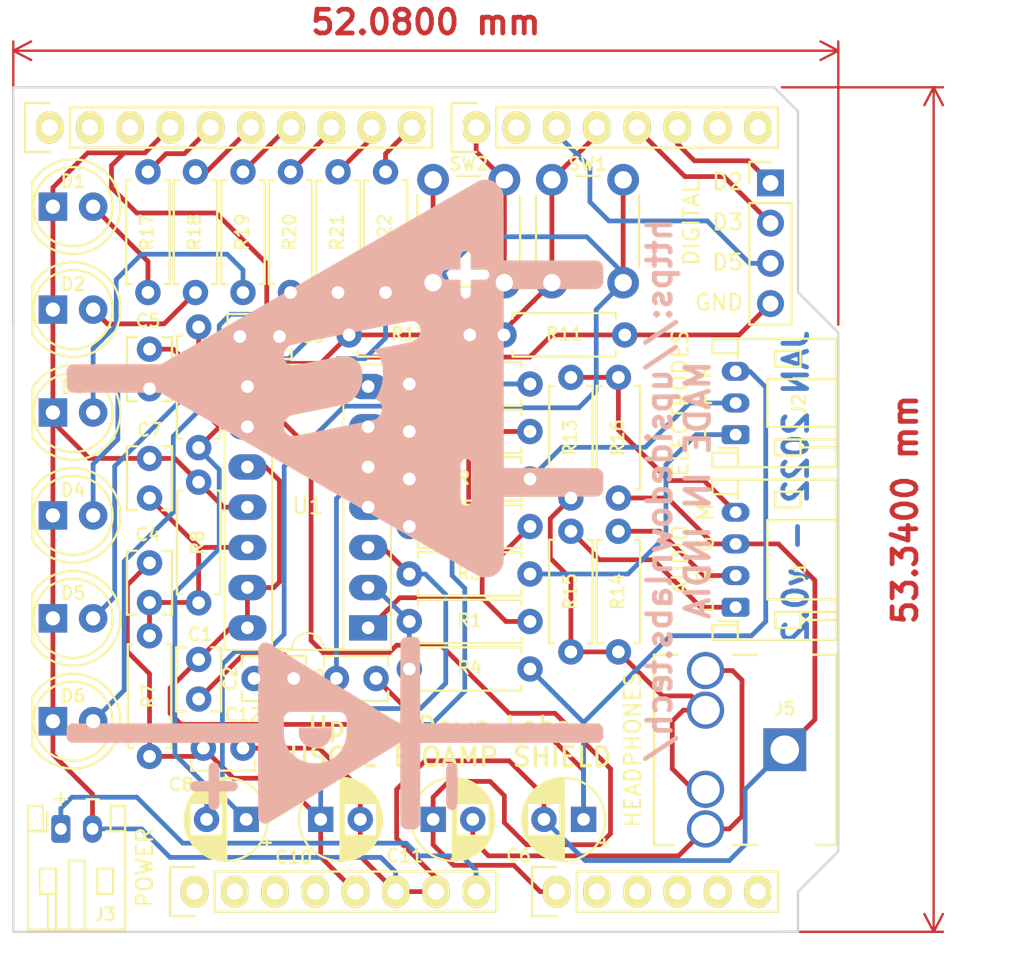
<source format=kicad_pcb>
(kicad_pcb (version 20211014) (generator pcbnew)
  (title_block (title "Muscle BioAmp Shield") (date "2022-01-30") (rev "v0.2") (company "Upside Down Labs") (comment 1 "Quad OpAmp based design") (comment 2 "BYB SpikeRecorder compaible") (comment 3 "Muscle BioAmp Shield") (comment 4 "Arduino shield for EMG"))
  (layers (0 "F.Cu" signal) (31 "B.Cu" signal) (34 "B.Paste" user) (35 "F.Paste" user) (36 "B.SilkS" user "B.Silkscreen") (37 "F.SilkS" user "F.Silkscreen") (38 "B.Mask" user) (39 "F.Mask" user) (44 "Edge.Cuts" user))
  (net 0 "")
  (net 1 "+5V")
  (net 2 "/9(**)")
  (net 3 "/8")
  (net 4 "/7")
  (net 5 "/5(**)")
  (net 6 "/4")
  (net 7 "/3(**)")
  (net 8 "/2")
  (net 9 "/13(SCK)")
  (net 10 "/10(**/SS)")
  (net 11 "/12(MISO)")
  (net 12 "/11(**/MOSI)")
  (net 13 "ampRef")
  (net 14 "inaIN-")
  (net 15 "inaIN+")
  (net 16 "bpfOUT")
  (net 17 "Net-(C5-Pad1)")
  (net 18 "Net-(C8-Pad1)")
  (net 19 "headphoneOUT")
  (net 20 "Sleeve")
  (net 21 "Ring2")
  (net 22 "Ring1")
  (net 23 "Tip")
  (net 24 "bioIN+")
  (net 25 "bioIN-")
  (net 26 "+9V")
  (net 27 "audioOUT")
  (net 28 "Net-(R1-Pad2)")
  (net 29 "Net-(R1-Pad1)")
  (net 30 "Net-(R2-Pad2)")
  (net 31 "inaOUT")
  (net 32 "Net-(C4-Pad1)")
  (net 33 "Net-(D1-Pad2)")
  (net 34 "Net-(D2-Pad2)")
  (net 35 "Net-(D3-Pad2)")
  (net 36 "Net-(D4-Pad2)")
  (net 37 "Net-(D5-Pad2)")
  (net 38 "Net-(D6-Pad2)")
  (footprint "Socket_Arduino_Uno:Socket_Strip_Arduino_1x08" (layer "F.Cu") (at 135.638 122.325)
    (fp_text reference "P1" hide)
    (fp_text value "Power")
  )
  (footprint "Socket_Arduino_Uno:Socket_Strip_Arduino_1x06" (layer "F.Cu") (at 158.498 122.325)
    (fp_text reference "P2" hide)
    (fp_text value "Analog")
  )
  (footprint "Socket_Arduino_Uno:Socket_Strip_Arduino_1x10" (layer "F.Cu") (at 126.494 74.065)
    (fp_text reference "P3" hide)
    (fp_text value "Digital")
  )
  (footprint "Socket_Arduino_Uno:Socket_Strip_Arduino_1x08" (layer "F.Cu") (at 153.418 74.065)
    (fp_text reference "P4" hide)
    (fp_text value "Digital")
  )
  (footprint "Capacitor_THT:C_Disc_D3.8mm_W2.6mm_P2.50mm" (layer "F.Cu") (at 135.898 110.165 90)
    (fp_text reference "C1")
    (fp_text value "1nF")
  )
  (footprint "Capacitor_THT:C_Disc_D3.8mm_W2.6mm_P2.50mm" (layer "F.Cu") (at 139.398 108.865)
    (fp_text reference "C2")
    (fp_text value "1nF")
  )
  (footprint "Capacitor_THT:C_Disc_D3.8mm_W2.6mm_P2.50mm" (layer "F.Cu") (at 147.098 108.865 180)
    (fp_text reference "C3")
    (fp_text value "1nF")
  )
  (footprint "Capacitor_THT:C_Disc_D3.8mm_W2.6mm_P2.50mm" (layer "F.Cu") (at 132.798 104.065 90)
    (fp_text reference "C4")
    (fp_text value "100nF")
  )
  (footprint "Capacitor_THT:C_Disc_D3.8mm_W2.6mm_P2.50mm" (layer "F.Cu") (at 132.798 90.565 90)
    (fp_text reference "C5")
    (fp_text value "1nF")
  )
  (footprint "Capacitor_THT:CP_Radial_D5.0mm_P2.50mm" (layer "F.Cu") (at 160.198 117.765 180)
    (fp_text reference "C6")
    (fp_text value "10uF")
  )
  (footprint "Capacitor_THT:C_Disc_D3.8mm_W2.6mm_P2.50mm" (layer "F.Cu") (at 132.798 94.965 -90)
    (fp_text reference "C7")
    (fp_text value "100nF")
  )
  (footprint "Capacitor_THT:CP_Radial_D5.0mm_P2.50mm" (layer "F.Cu") (at 138.898 117.765 180)
    (fp_text reference "C8")
    (fp_text value "2.2uF")
  )
  (footprint "Capacitor_THT:C_Disc_D3.8mm_W2.6mm_P2.50mm" (layer "F.Cu") (at 138.498 87.265)
    (fp_text reference "C9")
    (fp_text value "100nF")
  )
  (footprint "Capacitor_THT:CP_Radial_D5.0mm_P2.50mm" (layer "F.Cu") (at 143.602775 117.765)
    (fp_text reference "C10")
    (fp_text value "47uF")
  )
  (footprint "Capacitor_THT:CP_Radial_D5.0mm_P2.50mm" (layer "F.Cu") (at 150.702775 117.765)
    (fp_text reference "C11")
    (fp_text value "47uF")
  )
  (footprint "LED_THT:LED_D5.0mm" (layer "F.Cu") (at 126.698 79.065)
    (fp_text reference "D1")
    (fp_text value "LED")
  )
  (footprint "LED_THT:LED_D5.0mm" (layer "F.Cu") (at 126.698 85.565)
    (fp_text reference "D2")
    (fp_text value "LED")
  )
  (footprint "LED_THT:LED_D5.0mm" (layer "F.Cu") (at 126.698 92.065)
    (fp_text reference "D3")
    (fp_text value "LED")
  )
  (footprint "LED_THT:LED_D5.0mm" (layer "F.Cu") (at 126.698 98.565)
    (fp_text reference "D4")
    (fp_text value "LED")
  )
  (footprint "LED_THT:LED_D5.0mm" (layer "F.Cu") (at 126.698 105.065)
    (fp_text reference "D5")
    (fp_text value "LED")
  )
  (footprint "LED_THT:LED_D5.0mm" (layer "F.Cu") (at 126.698 111.565)
    (fp_text reference "D6")
    (fp_text value "LED")
  )
  (footprint "Connector_JST:JST_PH_S4B-PH-K_1x04_P2.00mm_Horizontal" (layer "F.Cu") (at 169.798 104.365 90)
    (fp_text reference "J1")
    (fp_text value "Audio_output")
  )
  (footprint "Connector_JST:JST_PH_S3B-PH-K_1x03_P2.00mm_Horizontal" (layer "F.Cu") (at 169.798 93.465 90)
    (fp_text reference "J2")
    (fp_text value "BioAmp_input")
  )
  (footprint "Connector_JST:JST_PH_S2B-PH-K_1x02_P2.00mm_Horizontal" (layer "F.Cu") (at 127.198 118.365)
    (fp_text reference "J3")
    (fp_text value "Board_power")
  )
  (footprint "Resistor_THT:R_Axial_DIN0207_L6.3mm_D2.5mm_P7.62mm_Horizontal" (layer "F.Cu") (at 156.818 105.265 180)
    (fp_text reference "R1")
    (fp_text value "1K")
  )
  (footprint "Resistor_THT:R_Axial_DIN0207_L6.3mm_D2.5mm_P7.62mm_Horizontal" (layer "F.Cu") (at 156.818 93.265 180)
    (fp_text reference "R2")
    (fp_text value "10K")
  )
  (footprint "Resistor_THT:R_Axial_DIN0207_L6.3mm_D2.5mm_P7.62mm_Horizontal" (layer "F.Cu") (at 149.198 102.265)
    (fp_text reference "R3")
    (fp_text value "1K")
  )
  (footprint "Resistor_THT:R_Axial_DIN0207_L6.3mm_D2.5mm_P7.62mm_Horizontal" (layer "F.Cu") (at 149.198 108.265)
    (fp_text reference "R4")
    (fp_text value "10K")
  )
  (footprint "Resistor_THT:R_Axial_DIN0207_L6.3mm_D2.5mm_P7.62mm_Horizontal" (layer "F.Cu") (at 149.198 99.265)
    (fp_text reference "R5")
    (fp_text value "1K")
  )
  (footprint "Resistor_THT:R_Axial_DIN0207_L6.3mm_D2.5mm_P7.62mm_Horizontal" (layer "F.Cu") (at 149.198 96.265)
    (fp_text reference "R6")
    (fp_text value "1K")
  )
  (footprint "Resistor_THT:R_Axial_DIN0207_L6.3mm_D2.5mm_P7.62mm_Horizontal" (layer "F.Cu") (at 132.798 106.165 -90)
    (fp_text reference "R7")
    (fp_text value "1K")
  )
  (footprint "Resistor_THT:R_Axial_DIN0207_L6.3mm_D2.5mm_P7.62mm_Horizontal" (layer "F.Cu") (at 135.898 96.465 -90)
    (fp_text reference "R8")
    (fp_text value "1K")
  )
  (footprint "Resistor_THT:R_Axial_DIN0207_L6.3mm_D2.5mm_P7.62mm_Horizontal" (layer "F.Cu") (at 135.898 86.665 -90)
    (fp_text reference "R9")
    (fp_text value "220K")
  )
  (footprint "Resistor_THT:R_Axial_DIN0207_L6.3mm_D2.5mm_P7.62mm_Horizontal" (layer "F.Cu") (at 156.818 90.265 180)
    (fp_text reference "R10")
    (fp_text value "1K")
  )
  (footprint "Resistor_THT:R_Axial_DIN0207_L6.3mm_D2.5mm_P7.62mm_Horizontal" (layer "F.Cu") (at 162.798 87.165 180)
    (fp_text reference "R11")
    (fp_text value "15K")
  )
  (footprint "Resistor_THT:R_Axial_DIN0207_L6.3mm_D2.5mm_P7.62mm_Horizontal" (layer "F.Cu") (at 145.398 87.165)
    (fp_text reference "R12")
    (fp_text value "15K")
  )
  (footprint "Resistor_THT:R_Axial_DIN0207_L6.3mm_D2.5mm_P7.62mm_Horizontal" (layer "F.Cu") (at 159.398 89.845 -90)
    (fp_text reference "R13")
    (fp_text value "220K")
  )
  (footprint "Resistor_THT:R_Axial_DIN0207_L6.3mm_D2.5mm_P7.62mm_Horizontal" (layer "F.Cu") (at 162.398 99.565 -90)
    (fp_text reference "R14")
    (fp_text value "1K")
  )
  (footprint "Resistor_THT:R_Axial_DIN0207_L6.3mm_D2.5mm_P7.62mm_Horizontal" (layer "F.Cu") (at 159.398 99.565 -90)
    (fp_text reference "R15")
    (fp_text value "1K")
  )
  (footprint "Resistor_THT:R_Axial_DIN0207_L6.3mm_D2.5mm_P7.62mm_Horizontal" (layer "F.Cu") (at 162.398 89.845 -90)
    (fp_text reference "R16")
    (fp_text value "10K")
  )
  (footprint "Button_Switch_THT:SW_PUSH_6mm_H5mm" (layer "F.Cu") (at 162.698 77.365 -90)
    (fp_text reference "SW1")
    (fp_text value "SW_Push")
  )
  (footprint "Button_Switch_THT:SW_PUSH_6mm_H5mm" (layer "F.Cu") (at 150.698 83.865 90)
    (fp_text reference "SW2")
    (fp_text value "SW_Push")
  )
  (footprint "udlabs:PJ3062CO" (layer "F.Cu") (at 172.898 113.365 180)
    (fp_text reference "J5")
    (fp_text value "PJ-3062-CO" hide)
  )
  (footprint "Capacitor_THT:C_Disc_D3.8mm_W2.6mm_P2.50mm" (layer "F.Cu") (at 138.698 113.265 180)
    (fp_text reference "C12")
    (fp_text value "100nF")
  )
  (footprint "Connector_PinHeader_2.54mm:PinHeader_1x04_P2.54mm_Vertical" (layer "F.Cu") (at 171.998 77.565)
    (fp_text reference "J4" hide)
    (fp_text value "Digital_pins")
  )
  (footprint "Resistor_THT:R_Axial_DIN0207_L6.3mm_D2.5mm_P7.62mm_Horizontal" (layer "F.Cu") (at 132.698 84.485 90)
    (fp_text reference "R17")
    (fp_text value "330R")
  )
  (footprint "Resistor_THT:R_Axial_DIN0207_L6.3mm_D2.5mm_P7.62mm_Horizontal" (layer "F.Cu") (at 135.698 84.485 90)
    (fp_text reference "R18")
    (fp_text value "330R")
  )
  (footprint "Resistor_THT:R_Axial_DIN0207_L6.3mm_D2.5mm_P7.62mm_Horizontal" (layer "F.Cu") (at 138.698 84.485 90)
    (fp_text reference "R19")
    (fp_text value "330R")
  )
  (footprint "Resistor_THT:R_Axial_DIN0207_L6.3mm_D2.5mm_P7.62mm_Horizontal" (layer "F.Cu") (at 141.698 84.485 90)
    (fp_text reference "R20")
    (fp_text value "330R")
  )
  (footprint "Resistor_THT:R_Axial_DIN0207_L6.3mm_D2.5mm_P7.62mm_Horizontal" (layer "F.Cu") (at 144.698 84.485 90)
    (fp_text reference "R21")
    (fp_text value "330R")
  )
  (footprint "Resistor_THT:R_Axial_DIN0207_L6.3mm_D2.5mm_P7.62mm_Horizontal" (layer "F.Cu") (at 147.698 84.485 90)
    (fp_text reference "R22")
    (fp_text value "330R")
  )
  (footprint "Package_DIP:DIP-14_W7.62mm_Socket_LongPads" (layer "F.Cu") (at 146.598 105.665 180)
    (fp_text reference "U1")
    (fp_text value "Amp")
  )
  (footprint "udlabs:upsidedownlabsLOGO_41x34" (layer "B.Cu") (at 144.498 97.865 -90)
    (fp_text reference "LOGO1" hide)
    (fp_text value "LOGO_UDLABS" hide)
  )
  (gr_line (start 124.198 124.865) (end 173.738 124.865) (layer "Edge.Cuts") (width 0.15))
  (gr_line (start 124.198 71.525) (end 172.214 71.525) (layer "Edge.Cuts") (width 0.15))
  (gr_line (start 173.738 84.479) (end 173.738 73.049) (layer "Edge.Cuts") (width 0.15))
  (gr_line (start 176.278 87.019) (end 173.738 84.479) (layer "Edge.Cuts") (width 0.15))
  (gr_line (start 173.738 73.049) (end 172.214 71.525) (layer "Edge.Cuts") (width 0.15))
  (gr_line (start 173.738 122.325) (end 176.278 119.785) (layer "Edge.Cuts") (width 0.15))
  (gr_line (start 176.278 119.785) (end 176.278 87.019) (layer "Edge.Cuts") (width 0.15))
  (gr_line (start 173.738 124.865) (end 173.738 122.325) (layer "Edge.Cuts") (width 0.15))
  (gr_line (start 124.198 71.525) (end 124.198 124.865) (layer "Edge.Cuts") (width 0.15))
  (gr_text "JAN 2022 - v0.2" (at 173.598 96.765 90) (layer "B.Cu") (effects (font (size 1.5 1.5) (thickness 0.3)) (justify mirror)))
  (gr_text "https://upsidedownlabs.tech/\nMADE IN INDIA\n" (at 166.198 96.965 90) (layer "B.SilkS") (effects (font (size 1.5 1.5) (thickness 0.3)) (justify mirror)))
  (gr_text "L" (at 167.898 104.365 90) (layer "F.SilkS") (effects (font (size 1 1))))
  (gr_text "G" (at 167.898 100.365 90) (layer "F.SilkS") (effects (font (size 1 1))))
  (gr_text "M" (at 167.898 98.365001 90) (layer "F.SilkS") (effects (font (size 1 1))))
  (gr_text "AUDIO" (at 166.298 101.365001 90) (layer "F.SilkS") (effects (font (size 1 1))))
  (gr_text "-" (at 167.798 93.465001 90) (layer "F.SilkS") (effects (font (size 1 1))))
  (gr_text "+" (at 167.798 91.465001 90) (layer "F.SilkS") (effects (font (size 1 1))))
  (gr_text "R" (at 167.798 89.465 90) (layer "F.SilkS") (effects (font (size 1 1))))
  (gr_text "ELECTRODES" (at 166.298 91.465 90) (layer "F.SilkS") (effects (font (size 1 1))))
  (gr_text "GND" (at 168.750381 85.1175) (layer "F.SilkS") (effects (font (size 1 1))))
  (gr_text "D5" (at 169.298 82.5775) (layer "F.SilkS") (effects (font (size 1 1))))
  (gr_text "D3" (at 169.298 80.0375) (layer "F.SilkS") (effects (font (size 1 1))))
  (gr_text "D2" (at 169.298 77.4975) (layer "F.SilkS") (effects (font (size 1 1))))
  (gr_text "+" (at 127.198001 116.565 180) (layer "F.SilkS") (effects (font (size 1 1))))
  (gr_text "-" (at 129.198001 116.565 180) (layer "F.SilkS") (effects (font (size 1 1))))
  (gr_text "POWER" (at 132.498 120.815 90) (layer "F.SilkS") (effects (font (size 1 1))))
  (gr_text "HEADPHONES" (at 163.298 113.365 90) (layer "F.SilkS") (effects (font (size 1 1))))
  (gr_text "DIGITAL" (at 166.998 80.105 90) (layer "F.SilkS") (effects (font (size 1 1))))
  (gr_text "Upside Down Labs\nMUSCLE BIOAMP SHIELD" (at 151.098 112.865) (layer "F.SilkS") (effects (font (size 1.2 1.2) (thickness 0.2))))
  (gr_text "R" (at 167.898 102.365 90) (layer "F.SilkS") (effects (font (size 1 1))))
  (dimension (type aligned) (layer "F.Cu") (pts (xy 176.278 87.019) (xy 124.198 87.019)) (height 17.804) (gr_text "52.0800 mm" (at 150.238 67.415) (layer "F.Cu") (effects (font (size 1.5 1.5) (thickness 0.3)))) (format (units 3) (units_format 1) (precision 4)) (style (thickness 0.15) (arrow_length 1.27) (text_position_mode 0) (extension_height 0.58642) (extension_offset 0.5) keep_text_aligned))
  (dimension (type aligned) (layer "F.Cu") (pts (xy 172.214 71.525) (xy 172.214 124.865)) (height -10.084) (gr_text "53.3400 mm" (at 180.498 98.195 90) (layer "F.Cu") (effects (font (size 1.5 1.5) (thickness 0.3)))) (format (units 3) (units_format 1) (precision 4)) (style (thickness 0.15) (arrow_length 1.27) (text_position_mode 0) (extension_height 0.58642) (extension_offset 0.5) keep_text_aligned))
  (segment (start 132.798 113.785) (end 135.678 113.785) (width 0.3) (layer "F.Cu") (net 1))
  (segment (start 144.098 85.865) (end 148.698 85.865) (width 0.3) (layer "F.Cu") (net 1))
  (segment (start 132.798 108.565) (end 132.798 113.785) (width 0.3) (layer "F.Cu") (net 1))
  (segment (start 143.602775 117.765) (end 143.602775 120.129775) (width 0.3) (layer "F.Cu") (net 1))
  (segment (start 141.002775 115.165) (end 143.602775 117.765) (width 0.3) (layer "F.Cu") (net 1))
  (segment (start 131.398 107.165) (end 132.798 108.565) (width 0.3) (layer "F.Cu") (net 1))
  (segment (start 135.678 113.785) (end 136.198 113.265) (width 0.3) (layer "F.Cu") (net 1))
  (segment (start 132.798 101.565) (end 131.398 102.965) (width 0.3) (layer "F.Cu") (net 1))
  (segment (start 136.198 113.265) (end 138.098 115.165) (width 0.3) (layer "F.Cu") (net 1))
  (segment (start 150.698 77.365) (end 150.698 83.865) (width 0.3) (layer "F.Cu") (net 1))
  (segment (start 148.698 85.865) (end 150.698 83.865) (width 0.3) (layer "F.Cu") (net 1))
  (segment (start 162.698 77.365) (end 162.698 83.865) (width 0.3) (layer "F.Cu") (net 1))
  (segment (start 143.602775 120.129775) (end 145.798 122.325) (width 0.3) (layer "F.Cu") (net 1))
  (segment (start 138.098 115.165) (end 141.002775 115.165) (width 0.3) (layer "F.Cu") (net 1))
  (segment (start 142.698 87.265) (end 144.098 85.865) (width 0.3) (layer "F.Cu") (net 1))
  (segment (start 131.398 102.965) (end 131.398 107.165) (width 0.3) (layer "F.Cu") (net 1))
  (segment (start 140.998 87.265) (end 142.698 87.265) (width 0.3) (layer "F.Cu") (net 1))
  (segment (start 150.098 97.765) (end 146.878 97.765) (width 0.3) (layer "B.Cu") (net 1))
  (segment (start 150.598 111.765) (end 146.798 111.765) (width 0.3) (layer "B.Cu") (net 1))
  (segment (start 146.798 111.765) (end 143.602775 114.960225) (width 0.3) (layer "B.Cu") (net 1))
  (segment (start 160.398 80.965) (end 162.698 83.265) (width 0.3) (layer "B.Cu") (net 1))
  (segment (start 150.698 83.865) (end 153.598 80.965) (width 0.3) (layer "B.Cu") (net 1))
  (segment (start 143.602775 114.960225) (end 143.602775 117.765) (width 0.3) (layer "B.Cu") (net 1))
  (segment (start 159.898 91.765) (end 153.698 91.765) (width 0.3) (layer "B.Cu") (net 1))
  (segment (start 153.598 80.965) (end 160.398 80.965) (width 0.3) (layer "B.Cu") (net 1))
  (segment (start 160.998 85.565) (end 160.998 90.665) (width 0.3) (layer "B.Cu") (net 1))
  (segment (start 160.998 90.665) (end 159.898 91.765) (width 0.3) (layer "B.Cu") (net 1))
  (segment (start 162.698 83.865) (end 160.998 85.565) (width 0.3) (layer "B.Cu") (net 1))
  (segment (start 152.698 109.665) (end 150.598 111.765) (width 0.3) (layer "B.Cu") (net 1))
  (segment (start 151.898 102.365) (end 152.698 103.165) (width 0.3) (layer "B.Cu") (net 1))
  (segment (start 152.698 103.165) (end 152.698 109.665) (width 0.3) (layer "B.Cu") (net 1))
  (segment (start 151.898 95.965) (end 151.898 102.365) (width 0.3) (layer "B.Cu") (net 1))
  (segment (start 153.698 91.765) (end 151.898 93.565) (width 0.3) (layer "B.Cu") (net 1))
  (segment (start 151.898 93.565) (end 151.898 95.965) (width 0.3) (layer "B.Cu") (net 1))
  (segment (start 151.898 95.965) (end 150.098 97.765) (width 0.3) (layer "B.Cu") (net 1))
  (segment (start 144.698 76.865) (end 146.814 74.749) (width 0.3) (layer "F.Cu") (net 2))
  (segment (start 147.698 75.721) (end 149.354 74.065) (width 0.3) (layer "F.Cu") (net 3))
  (segment (start 147.698 76.865) (end 147.698 75.721) (width 0.3) (layer "F.Cu") (net 3))
  (segment (start 153.418 74.065) (end 153.418 75.585) (width 0.3) (layer "F.Cu") (net 4))
  (segment (start 155.198 83.865) (end 153.018 86.045) (width 0.3) (layer "F.Cu") (net 4))
  (segment (start 153.018 86.045) (end 153.018 87.165) (width 0.3) (layer "F.Cu") (net 4))
  (segment (start 153.418 75.585) (end 155.198 77.365) (width 0.3) (layer "F.Cu") (net 4))
  (segment (start 155.198 77.365) (end 155.198 83.865) (width 0.3) (layer "F.Cu") (net 4))
  (segment (start 167.998 79.965) (end 170.678 82.645) (width 0.3) (layer "B.Cu") (net 5))
  (segment (start 158.498 74.465) (end 160.598 76.565) (width 0.3) (layer "B.Cu") (net 5))
  (segment (start 160.598 78.765) (end 161.798 79.965) (width 0.3) (layer "B.Cu") (net 5))
  (segment (start 161.798 79.965) (end 167.998 79.965) (width 0.3) (layer "B.Cu") (net 5))
  (segment (start 160.598 76.565) (end 160.598 78.765) (width 0.3) (layer "B.Cu") (net 5))
  (segment (start 170.678 82.645) (end 171.998 82.645) (width 0.3) (layer "B.Cu") (net 5))
  (segment (start 161.038 74.525) (end 158.198 77.365) (width 0.3) (layer "F.Cu") (net 6))
  (segment (start 158.198 83.865) (end 155.178 86.885) (width 0.3) (layer "F.Cu") (net 6))
  (segment (start 158.198 77.365) (end 158.198 83.865) (width 0.3) (layer "F.Cu") (net 6))
  (segment (start 166.598 77.165) (end 169.058 77.165) (width 0.3) (layer "F.Cu") (net 7))
  (segment (start 163.578 74.145) (end 166.598 77.165) (width 0.3) (layer "F.Cu") (net 7))
  (segment (start 169.058 77.165) (end 171.998 80.105) (width 0.3) (layer "F.Cu") (net 7))
  (segment (start 170.598 76.165) (end 171.998 77.565) (width 0.3) (layer "F.Cu") (net 8))
  (segment (start 166.118 74.065) (end 166.118 75.085) (width 0.3) (layer "F.Cu") (net 8))
  (segment (start 166.118 75.085) (end 167.198 76.165) (width 0.3) (layer "F.Cu") (net 8))
  (segment (start 167.198 76.165) (end 170.598 76.165) (width 0.3) (layer "F.Cu") (net 8))
  (segment (start 135.004001 75.714999) (end 136.654 74.065) (width 0.3) (layer "F.Cu") (net 9))
  (segment (start 132.698 76.865) (end 133.848001 75.714999) (width 0.3) (layer "F.Cu") (net 9))
  (segment (start 133.848001 75.714999) (end 135.004001 75.714999) (width 0.3) (layer "F.Cu") (net 9))
  (segment (start 141.698 76.865) (end 144.274 74.289) (width 0.3) (layer "F.Cu") (net 10))
  (segment (start 136.394 76.865) (end 139.194 74.065) (width 0.3) (layer "F.Cu") (net 11))
  (segment (start 135.698 76.865) (end 136.394 76.865) (width 0.3) (layer "F.Cu") (net 11))
  (segment (start 138.698 76.865) (end 141.498 74.065) (width 0.3) (layer "F.Cu") (net 12))
  (segment (start 157.898 112.365) (end 160.198 114.665) (width 0.3) (layer "F.Cu") (net 13))
  (segment (start 140.998 96.365) (end 140.998 102.765) (width 0.3) (layer "F.Cu") (net 13))
  (segment (start 150.598 112.365) (end 150.798 112.365) (width 0.3) (layer "F.Cu") (net 13))
  (segment (start 140.138 95.505) (end 140.998 96.365) (width 0.3) (layer "F.Cu") (net 13))
  (segment (start 135.898 107.665) (end 137.898 105.665) (width 0.3) (layer "F.Cu") (net 13))
  (segment (start 138.978 103.125) (end 138.978 105.665) (width 0.3) (layer "F.Cu") (net 13))
  (segment (start 147.098 108.865) (end 150.598 112.365) (width 0.3) (layer "F.Cu") (net 13))
  (segment (start 137.898 105.665) (end 138.978 105.665) (width 0.3) (layer "F.Cu") (net 13))
  (segment (start 147.298 111.765) (end 147.898 112.365) (width 0.3) (layer "F.Cu") (net 13))
  (segment (start 140.638 103.125) (end 138.978 103.125) (width 0.3) (layer "F.Cu") (net 13))
  (segment (start 134.098 109.465) (end 134.098 111.065) (width 0.3) (layer "F.Cu") (net 13))
  (segment (start 147.898 112.365) (end 150.798 112.365) (width 0.3) (layer "F.Cu") (net 13))
  (segment (start 160.198 114.665) (end 160.198 117.765) (width 0.3) (layer "F.Cu") (net 13))
  (segment (start 150.798 112.365) (end 157.898 112.365) (width 0.3) (layer "F.Cu") (net 13))
  (segment (start 134.798 111.765) (end 147.298 111.765) (width 0.3) (layer "F.Cu") (net 13))
  (segment (start 134.098 111.065) (end 134.798 111.765) (width 0.3) (layer "F.Cu") (net 13))
  (segment (start 135.898 107.665) (end 134.098 109.465) (width 0.3) (layer "F.Cu") (net 13))
  (segment (start 138.978 95.505) (end 140.138 95.505) (width 0.3) (layer "F.Cu") (net 13))
  (segment (start 140.998 102.765) (end 140.638 103.125) (width 0.3) (layer "F.Cu") (net 13))
  (segment (start 170.698 89.465) (end 171.698 90.465) (width 0.3) (layer "B.Cu") (net 13))
  (segment (start 156.818 108.265) (end 160.198 111.645) (width 0.3) (layer "B.Cu") (net 13))
  (segment (start 165.678 106.165) (end 160.198 111.645) (width 0.3) (layer "B.Cu") (net 13))
  (segment (start 160.198 111.645) (end 160.198 117.765) (width 0.3) (layer "B.Cu") (net 13))
  (segment (start 171.698 90.465) (end 171.698 105.265) (width 0.3) (layer "B.Cu") (net 13))
  (segment (start 169.798 89.465) (end 170.698 89.465) (width 0.3) (layer "B.Cu") (net 13))
  (segment (start 170.798 106.165) (end 165.678 106.165) (width 0.3) (layer "B.Cu") (net 13))
  (segment (start 171.698 105.265) (end 170.798 106.165) (width 0.3) (layer "B.Cu") (net 13))
  (segment (start 135.898 110.165) (end 138.698 107.365) (width 0.3) (layer "F.Cu") (net 14))
  (segment (start 141.898 107.965) (end 141.898 108.865) (width 0.3) (layer "F.Cu") (net 14))
  (segment (start 147.518 100.585) (end 149.198 102.265) (width 0.3) (layer "F.Cu") (net 14))
  (segment (start 138.698 107.365) (end 141.298 107.365) (width 0.3) (layer "F.Cu") (net 14))
  (segment (start 141.298 107.365) (end 141.898 107.965) (width 0.3) (layer "F.Cu") (net 14))
  (segment (start 143.798 110.765) (end 149.898 110.765) (width 0.3) (layer "B.Cu") (net 14))
  (segment (start 151.498 109.165) (end 151.498 103.565) (width 0.3) (layer "B.Cu") (net 14))
  (segment (start 150.198 102.265) (end 149.198 102.265) (width 0.3) (layer "B.Cu") (net 14))
  (segment (start 141.898 108.865) (end 143.798 110.765) (width 0.3) (layer "B.Cu") (net 14))
  (segment (start 151.498 103.565) (end 150.198 102.265) (width 0.3) (layer "B.Cu") (net 14))
  (segment (start 149.898 110.765) (end 151.498 109.165) (width 0.3) (layer "B.Cu") (net 14))
  (segment (start 140.898 110.365) (end 143.098 110.365) (width 0.3) (layer "F.Cu") (net 15))
  (segment (start 139.398 108.865) (end 140.898 110.365) (width 0.3) (layer "F.Cu") (net 15))
  (segment (start 146.598 95.505) (end 148.438 95.505) (width 0.3) (layer "F.Cu") (net 15))
  (segment (start 148.438 95.505) (end 149.198 96.265) (width 0.3) (layer "F.Cu") (net 15))
  (segment (start 143.098 110.365) (end 144.598 108.865) (width 0.3) (layer "F.Cu") (net 15))
  (segment (start 144.598 97.505) (end 146.598 95.505) (width 0.3) (layer "B.Cu") (net 15))
  (segment (start 144.598 108.865) (end 144.598 97.505) (width 0.3) (layer "B.Cu") (net 15))
  (segment (start 151.698 115.365) (end 150.702775 116.360225) (width 0.3) (layer "F.Cu") (net 16))
  (segment (start 150.702775 117.765) (end 150.702775 119.369775) (width 0.3) (layer "F.Cu") (net 16))
  (segment (start 154.298 115.365) (end 151.698 115.365) (width 0.3) (layer "F.Cu") (net 16))
  (segment (start 138.978 90.425) (end 142.998 94.445) (width 0.3) (layer "F.Cu") (net 16))
  (segment (start 143.798 107.265) (end 147.898 107.265) (width 0.3) (layer "F.Cu") (net 16))
  (segment (start 150.702775 116.360225) (end 150.702775 117.765) (width 0.3) (layer "F.Cu") (net 16))
  (segment (start 150.702775 119.369775) (end 151.998 120.665) (width 0.3) (layer "F.Cu") (net 16))
  (segment (start 155.498 111.065) (end 158.398 111.065) (width 0.3) (layer "F.Cu") (net 16))
  (segment (start 157.458 122.325) (end 158.498 122.325) (width 0.3) (layer "F.Cu") (net 16))
  (segment (start 156.598 119.365) (end 155.198 117.965) (width 0.3) (layer "F.Cu") (net 16))
  (segment (start 148.398 106.765) (end 151.198 106.765) (width 0.3) (layer "F.Cu") (net 16))
  (segment (start 161.198 119.365) (end 156.598 119.365) (width 0.3) (layer "F.Cu") (net 16))
  (segment (start 155.198 116.265) (end 154.298 115.365) (width 0.3) (layer "F.Cu") (net 16))
  (segment (start 147.898 107.265) (end 148.398 106.765) (width 0.3) (layer "F.Cu") (net 16))
  (segment (start 142.998 94.445) (end 142.998 106.465) (width 0.3) (layer "F.Cu") (net 16))
  (segment (start 136.658 90.425) (end 138.978 90.425) (width 0.3) (layer "F.Cu") (net 16))
  (segment (start 132.798 88.065) (end 134.298 88.065) (width 0.3) (layer "F.Cu") (net 16))
  (segment (start 161.898 114.565) (end 161.898 118.665) (width 0.3) (layer "F.Cu") (net 16))
  (segment (start 155.798 120.665) (end 157.458 122.325) (width 0.3) (layer "F.Cu") (net 16))
  (segment (start 134.298 88.065) (end 136.658 90.425) (width 0.3) (layer "F.Cu") (net 16))
  (segment (start 155.198 117.965) (end 155.198 116.265) (width 0.3) (layer "F.Cu") (net 16))
  (segment (start 158.398 111.065) (end 161.898 114.565) (width 0.3) (layer "F.Cu") (net 16))
  (segment (start 151.998 120.665) (end 155.798 120.665) (width 0.3) (layer "F.Cu") (net 16))
  (segment (start 135.898 88.265) (end 138.058 90.425) (width 0.3) (layer "F.Cu") (net 16))
  (segment (start 151.198 106.765) (end 155.498 111.065) (width 0.3) (layer "F.Cu") (net 16))
  (segment (start 161.898 118.665) (end 161.198 119.365) (width 0.3) (layer "F.Cu") (net 16))
  (segment (start 142.998 106.465) (end 143.798 107.265) (width 0.3) (layer "F.Cu") (net 16))
  (segment (start 135.898 86.665) (end 135.898 88.265) (width 0.3) (layer "F.Cu") (net 16))
  (segment (start 137.698 92.965) (end 137.798 92.965) (width 0.3) (layer "F.Cu") (net 17))
  (segment (start 137.798 92.965) (end 138.978 92.965) (width 0.3) (layer "F.Cu") (net 17))
  (segment (start 132.798 90.565) (end 134.798 90.565) (width 0.3) (layer "F.Cu") (net 17))
  (segment (start 135.898 94.285) (end 137.218 92.965) (width 0.3) (layer "F.Cu") (net 17))
  (segment (start 134.798 90.565) (end 137.198 92.965) (width 0.3) (layer "F.Cu") (net 17))
  (segment (start 137.198 92.965) (end 137.698 92.965) (width 0.3) (layer "F.Cu") (net 17))
  (segment (start 137.218 92.965) (end 137.698 92.965) (width 0.3) (layer "F.Cu") (net 17))
  (segment (start 137.198 95.665) (end 137.198 100.665) (width 0.3) (layer "B.Cu") (net 17))
  (segment (start 137.198 100.665) (end 134.398 103.465) (width 0.3) (layer "B.Cu") (net 17))
  (segment (start 134.398 103.465) (end 134.398 113.665) (width 0.3) (layer "B.Cu") (net 17))
  (segment (start 136.398 115.665) (end 136.398 117.765) (width 0.3) (layer "B.Cu") (net 17))
  (segment (start 135.898 94.365) (end 137.198 95.665) (width 0.3) (layer "B.Cu") (net 17))
  (segment (start 134.398 113.665) (end 136.398 115.665) (width 0.3) (layer "B.Cu") (net 17))
  (segment (start 150.798 89.265) (end 150.098 88.565) (width 0.3) (layer "F.Cu") (net 18))
  (segment (start 150.098 88.565) (end 145.998 88.565) (width 0.3) (layer "F.Cu") (net 18))
  (segment (start 151.698 89.265) (end 150.798 89.265) (width 0.3) (layer "F.Cu") (net 18))
  (segment (start 152.698 90.265) (end 151.698 89.265) (width 0.3) (layer "F.Cu") (net 18))
  (segment (start 156.818 90.265) (end 152.698 90.265) (width 0.3) (layer "F.Cu") (net 18))
  (segment (start 141.298 95.465) (end 141.298 106.065) (width 0.3) (layer "B.Cu") (net 18))
  (segment (start 137.398 107.965) (end 137.398 116.265) (width 0.3) (layer "B.Cu") (net 18))
  (segment (start 141.298 106.065) (end 140.198 107.165) (width 0.3) (layer "B.Cu") (net 18))
  (segment (start 138.198 107.165) (end 137.398 107.965) (width 0.3) (layer "B.Cu") (net 18))
  (segment (start 140.198 107.165) (end 138.198 107.165) (width 0.3) (layer "B.Cu") (net 18))
  (segment (start 150.698 91.665) (end 152.098 90.265) (width 0.3) (layer "B.Cu") (net 18))
  (segment (start 141.298 95.465) (end 145.098 91.665) (width 0.3) (layer "B.Cu") (net 18))
  (segment (start 137.398 116.265) (end 138.898 117.765) (width 0.3) (layer "B.Cu") (net 18))
  (segment (start 152.098 90.265) (end 156.818 90.265) (width 0.3) (layer "B.Cu") (net 18))
  (segment (start 145.098 91.665) (end 150.698 91.665) (width 0.3) (layer "B.Cu") (net 18))
  (segment (start 170.198 117.565) (end 169.398 118.365) (width 0.3) (layer "F.Cu") (net 19))
  (segment (start 166.198 120.065) (end 167.898 118.365) (width 0.3) (layer "F.Cu") (net 19))
  (segment (start 153.202775 119.069775) (end 154.198 120.065) (width 0.3) (layer "F.Cu") (net 19))
  (segment (start 153.202775 117.765) (end 153.202775 119.069775) (width 0.3) (layer "F.Cu") (net 19))
  (segment (start 167.898 108.365) (end 169.598 108.365) (width 0.3) (layer "F.Cu") (net 19))
  (segment (start 154.198 120.065) (end 166.198 120.065) (width 0.3) (layer "F.Cu") (net 19))
  (segment (start 170.198 108.965) (end 170.198 117.565) (width 0.3) (layer "F.Cu") (net 19))
  (segment (start 169.598 108.365) (end 170.198 108.965) (width 0.3) (layer "F.Cu") (net 19))
  (segment (start 169.398 118.365) (end 167.898 118.365) (width 0.3) (layer "F.Cu") (net 19))
  (segment (start 165.598 96.365) (end 167.798 96.365) (width 0.3) (layer "F.Cu") (net 20))
  (segment (start 167.798 96.365) (end 169.798 98.365) (width 0.3) (layer "F.Cu") (net 20))
  (segment (start 159.398 89.845) (end 162.398 89.845) (width 0.3) (layer "F.Cu") (net 20))
  (segment (start 162.398 93.165) (end 165.598 96.365) (width 0.3) (layer "F.Cu") (net 20))
  (segment (start 162.398 89.845) (end 162.398 93.165) (width 0.3) (layer "F.Cu") (net 20))
  (segment (start 156.798 88.565) (end 158.198 87.165) (width 0.3) (layer "F.Cu") (net 21))
  (segment (start 126.698 77.865) (end 128.898 75.665) (width 0.3) (layer "F.Cu") (net 21))
  (segment (start 138.498 87.265) (end 140.198 88.965) (width 0.3) (layer "F.Cu") (net 21))
  (segment (start 143.498 113.265) (end 146.102775 115.869775) (width 0.3) (layer "F.Cu") (net 21))
  (segment (start 129.198 116.165) (end 129.198 118.365) (width 0.3) (layer "F.Cu") (net 21))
  (segment (start 128.898 75.665) (end 131.198 75.665) (width 0.3) (layer "F.Cu") (net 21))
  (segment (start 132.798 94.965) (end 134.398 94.965) (width 0.3) (layer "F.Cu") (net 21))
  (segment (start 126.698 111.565) (end 126.698 113.665) (width 0.3) (layer "F.Cu") (net 21))
  (segment (start 131.998 79.465) (end 130.398 77.865) (width 0.3) (layer "F.Cu") (net 21))
  (segment (start 150.878 121.445) (end 148.398 118.965) (width 0.3) (layer "F.Cu") (net 21))
  (segment (start 172.498 100.365) (end 174.798 102.665) (width 0.3) (layer "F.Cu") (net 21))
  (segment (start 140.198 88.965) (end 143.598 88.965) (width 0.3) (layer "F.Cu") (net 21))
  (segment (start 143.598 88.965) (end 145.398 87.165) (width 0.3) (layer "F.Cu") (net 21))
  (segment (start 146.102775 115.869775) (end 146.102775 117.765) (width 0.3) (layer "F.Cu") (net 21))
  (segment (start 138.498 87.265) (end 140.198 85.565) (width 0.3) (layer "F.Cu") (net 21))
  (segment (start 169.798 100.365) (end 172.498 100.365) (width 0.3) (layer "F.Cu") (net 21))
  (segment (start 148.338 122.325) (end 150.878 122.325) (width 0.3) (layer "F.Cu") (net 21))
  (segment (start 151.798 88.565) (end 156.798 88.565) (width 0.3) (layer "F.Cu") (net 21))
  (segment (start 148.398 115.865) (end 150.198 114.065) (width 0.3) (layer "F.Cu") (net 21))
  (segment (start 135.898 96.465) (end 137.478 98.045) (width 0.3) (layer "F.Cu") (net 21))
  (segment (start 158.198 87.165) (end 162.798 87.165) (width 0.3) (layer "F.Cu") (net 21))
  (segment (start 132.514 75.665) (end 134.114 74.065) (width 0.3) (layer "F.Cu") (net 21))
  (segment (start 150.398 87.165) (end 151.798 88.565) (width 0.3) (layer "F.Cu") (net 21))
  (segment (start 162.798 87.165) (end 170.018 87.165) (width 0.3) (layer "F.Cu") (net 21))
  (segment (start 134.398 94.965) (end 135.898 96.465) (width 0.3) (layer "F.Cu") (net 21))
  (segment (start 130.398 77.865) (end 130.398 76.465) (width 0.3) (layer "F.Cu") (net 21))
  (segment (start 126.698 79.065) (end 126.698 111.565) (width 0.3) (layer "F.Cu") (net 21))
  (segment (start 148.398 118.965) (end 148.398 115.865) (width 0.3) (layer "F.Cu") (net 21))
  (segment (start 162.398 97.465) (end 165.498 97.465) (width 0.3) (layer "F.Cu") (net 21))
  (segment (start 126.698 92.665) (end 128.998 94.965) (width 0.3) (layer "F.Cu") (net 21))
  (segment (start 146.102775 120.089775) (end 148.338 122.325) (width 0.3) (layer "F.Cu") (net 21))
  (segment (start 165.498 97.465) (end 168.398 100.365) (width 0.3) (layer "F.Cu") (net 21))
  (segment (start 140.198 82.665) (end 136.998 79.465) (width 0.3) (layer "F.Cu") (net 21))
  (segment (start 136.998 79.465) (end 131.998 79.465) (width 0.3) (layer "F.Cu") (net 21))
  (segment (start 138.698 113.265) (end 143.498 113.265) (width 0.3) (layer "F.Cu") (net 21))
  (segment (start 157.698 116.265) (end 157.698 117.765) (width 0.3) (layer "F.Cu") (net 21))
  (segment (start 126.698 113.665) (end 129.198 116.165) (width 0.3) (layer "F.Cu") (net 21))
  (segment (start 130.398 76.465) (end 131.198 75.665) (width 0.3) (layer "F.Cu") (net 21))
  (segment (start 126.698 79.065) (end 126.698 77.865) (width 0.3) (layer "F.Cu") (net 21))
  (segment (start 150.878 122.325) (end 150.878 121.445) (width 0.3) (layer "F.Cu") (net 21))
  (segment (start 150.198 114.065) (end 155.498 114.065) (width 0.3) (layer "F.Cu") (net 21))
  (segment (start 155.498 114.065) (end 157.698 116.265) (width 0.3) (layer "F.Cu") (net 21))
  (segment (start 140.198 85.565) (end 140.198 82.665) (width 0.3) (layer "F.Cu") (net 21))
  (segment (start 146.102775 117.765) (end 146.102775 120.089775) (width 0.3) (layer "F.Cu") (net 21))
  (segment (start 128.998 94.965) (end 132.798 94.965) (width 0.3) (layer "F.Cu") (net 21))
  (segment (start 168.398 100.365) (end 169.798 100.365) (width 0.3) (layer "F.Cu") (net 21))
  (segment (start 170.018 87.165) (end 171.998 85.185) (width 0.3) (layer "F.Cu") (net 21))
  (segment (start 137.478 98.045) (end 138.978 98.045) (width 0.3) (layer "F.Cu") (net 21))
  (segment (start 145.398 87.165) (end 150.398 87.165) (width 0.3) (layer "F.Cu") (net 21))
  (segment (start 174.798 111.465) (end 172.898 113.365) (width 0.3) (layer "F.Cu") (net 21))
  (segment (start 131.198 75.665) (end 132.514 75.665) (width 0.3) (layer "F.Cu") (net 21))
  (segment (start 174.798 102.665) (end 174.798 111.465) (width 0.3) (layer "F.Cu") (net 21))
  (segment (start 132.298 118.365) (end 134.098 120.165) (width 0.3) (layer "B.Cu") (net 21))
  (segment (start 147.398 120.165) (end 148.338 121.105) (width 0.3) (layer "B.Cu") (net 21))
  (segment (start 169.398 120.365) (end 170.398 119.365) (width 0.3) (layer "B.Cu") (net 21))
  (segment (start 148.338 121.105) (end 148.338 122.325) (width 0.3) (layer "B.Cu") (net 21))
  (segment (start 170.398 115.865) (end 172.898 113.365) (width 0.3) (layer "B.Cu") (net 21))
  (segment (start 129.198 118.365) (end 132.298 118.365) (width 0.3) (layer "B.Cu") (net 21))
  (segment (start 170.398 119.365) (end 170.398 115.865) (width 0.3) (layer "B.Cu") (net 21))
  (segment (start 134.098 120.165) (end 147.398 120.165) (width 0.3) (layer "B.Cu") (net 21))
  (segment (start 157.698 117.765) (end 160.298 120.365) (width 0.3) (layer "B.Cu") (net 21))
  (segment (start 160.298 120.365) (end 169.398 120.365) (width 0.3) (layer "B.Cu") (net 21))
  (segment (start 164.998 99.565) (end 167.798 102.365) (width 0.3) (layer "F.Cu") (net 22))
  (segment (start 167.798 102.365) (end 169.798 102.365) (width 0.3) (layer "F.Cu") (net 22))
  (segment (start 162.398 99.565) (end 164.998 99.565) (width 0.3) (layer "F.Cu") (net 22))
  (segment (start 161.198 101.365) (end 164.598 101.365) (width 0.3) (layer "F.Cu") (net 23))
  (segment (start 167.598 104.365) (end 169.798 104.365) (width 0.3) (layer "F.Cu") (net 23))
  (segment (start 164.598 101.365) (end 167.598 104.365) (width 0.3) (layer "F.Cu") (net 23))
  (segment (start 159.398 99.565) (end 161.198 101.365) (width 0.3) (layer "F.Cu") (net 23))
  (segment (start 158.818 94.265) (end 164.098 94.265) (width 0.3) (layer "B.Cu") (net 24))
  (segment (start 156.818 96.265) (end 158.818 94.265) (width 0.3) (layer "B.Cu") (net 24))
  (segment (start 166.898 91.465) (end 169.798 91.465) (width 0.3) (layer "B.Cu") (net 24))
  (segment (start 164.098 94.265) (end 166.898 91.465) (width 0.3) (layer "B.Cu") (net 24))
  (segment (start 169.798 93.465) (end 167.298 93.465) (width 0.3) (layer "B.Cu") (net 25))
  (segment (start 167.298 93.465) (end 165.398 95.365) (width 0.3) (layer "B.Cu") (net 25))
  (segment (start 165.398 99.865) (end 165.398 95.365) (width 0.3) (layer "B.Cu") (net 25))
  (segment (start 156.818 102.265) (end 162.998 102.265) (width 0.3) (layer "B.Cu") (net 25))
  (segment (start 162.998 102.265) (end 165.398 99.865) (width 0.3) (layer "B.Cu") (net 25))
  (segment (start 153.418 122.325) (end 153.418 121.385) (width 0.3) (layer "B.Cu") (net 26))
  (segment (start 127.898 116.365) (end 131.998 116.365) (width 0.3) (layer "B.Cu") (net 26))
  (segment (start 152.498 120.065) (end 153.418 120.985) (width 0.3) (layer "B.Cu") (net 26))
  (segment (start 149.798 120.065) (end 152.498 120.065) (width 0.3) (layer "B.Cu") (net 26))
  (segment (start 131.998 116.365) (end 134.898 119.265) (width 0.3) (layer "B.Cu") (net 26))
  (segment (start 153.418 120.985) (end 153.418 122.325) (width 0.3) (layer "B.Cu") (net 26))
  (segment (start 134.898 119.265) (end 148.998 119.265) (width 0.3) (layer "B.Cu") (net 26))
  (segment (start 148.998 119.265) (end 149.798 120.065) (width 0.3) (layer "B.Cu") (net 26))
  (segment (start 127.198 118.365) (end 127.198 117.065) (width 0.3) (layer "B.Cu") (net 26))
  (segment (start 127.198 117.065) (end 127.898 116.365) (width 0.3) (layer "B.Cu") (net 26))
  (segment (start 165.798 114.565) (end 167.098 115.865) (width 0.3) (layer "F.Cu") (net 27))
  (segment (start 158.098 101.265) (end 159.398 102.565) (width 0.3) (layer "F.Cu") (net 27))
  (segment (start 166.498 110.865) (end 165.798 111.565) (width 0.3) (layer "F.Cu") (net 27))
  (segment (start 162.398 107.185) (end 165.178 109.965) (width 0.3) (layer "F.Cu") (net 27))
  (segment (start 159.398 102.565) (end 159.398 107.185) (width 0.3) (layer "F.Cu") (net 27))
  (segment (start 158.098 98.765) (end 158.098 101.265) (width 0.3) (layer "F.Cu") (net 27))
  (segment (start 167.898 110.865) (end 166.498 110.865) (width 0.3) (layer "F.Cu") (net 27))
  (segment (start 159.398 107.185) (end 162.398 107.185) (width 0.3) (layer "F.Cu") (net 27))
  (segment (start 159.398 97.465) (end 158.098 98.765) (width 0.3) (layer "F.Cu") (net 27))
  (segment (start 166.998 109.965) (end 167.898 110.865) (width 0.3) (layer "F.Cu") (net 27))
  (segment (start 165.798 111.565) (end 165.798 114.565) (width 0.3) (layer "F.Cu") (net 27))
  (segment (start 165.178 109.965) (end 166.998 109.965) (width 0.3) (layer "F.Cu") (net 27))
  (segment (start 147.058 103.125) (end 149.198 105.265) (width 0.3) (layer "B.Cu") (net 28))
  (segment (start 149.198 105.265) (end 149.198 108.265) (width 0.3) (layer "B.Cu") (net 28))
  (segment (start 153.798 102.285) (end 153.798 103.765) (width 0.3) (layer "F.Cu") (net 29))
  (segment (start 148.598 103.765) (end 153.798 103.765) (width 0.3) (layer "F.Cu") (net 29))
  (segment (start 155.298 105.265) (end 156.818 105.265) (width 0.3) (layer "F.Cu") (net 29))
  (segment (start 156.818 99.265) (end 153.798 102.285) (width 0.3) (layer "F.Cu") (net 29))
  (segment (start 153.798 103.765) (end 155.298 105.265) (width 0.3) (layer "F.Cu") (net 29))
  (segment (start 146.698 105.665) (end 148.598 103.765) (width 0.3) (layer "F.Cu") (net 29))
  (segment (start 151.548 99.265) (end 149.198 99.265) (width 0.3) (layer "F.Cu") (net 30))
  (segment (start 152.948 94.465) (end 152.948 97.865) (width 0.3) (layer "F.Cu") (net 30))
  (segment (start 152.948 97.865) (end 151.548 99.265) (width 0.3) (layer "F.Cu") (net 30))
  (segment (start 151.748 93.265) (end 152.948 94.465) (width 0.3) (layer "F.Cu") (net 30))
  (segment (start 149.198 93.265) (end 151.748 93.265) (width 0.3) (layer "F.Cu") (net 30))
  (segment (start 146.598 92.965) (end 148.898 92.965) (width 0.25) (layer "F.Cu") (net 30))
  (segment (start 149.198 90.265) (end 151.348 90.265) (width 0.3) (layer "F.Cu") (net 31))
  (segment (start 154.348 93.265) (end 156.818 93.265) (width 0.3) (layer "F.Cu") (net 31))
  (segment (start 151.348 90.265) (end 154.348 93.265) (width 0.3) (layer "F.Cu") (net 31))
  (segment (start 146.598 90.425) (end 149.038 90.425) (width 0.3) (layer "F.Cu") (net 31))
  (segment (start 135.918 100.585) (end 138.978 100.585) (width 0.3) (layer "F.Cu") (net 32))
  (segment (start 132.798 104.065) (end 132.798 106.165) (width 0.3) (layer "F.Cu") (net 32))
  (segment (start 135.898 104.085) (end 135.898 100.605) (width 0.3) (layer "F.Cu") (net 32))
  (segment (start 132.798 97.465) (end 135.918 100.585) (width 0.3) (layer "F.Cu") (net 32))
  (segment (start 135.898 100.605) (end 135.918 100.585) (width 0.3) (layer "F.Cu") (net 32))
  (segment (start 132.798 104.065) (end 135.878 104.065) (width 0.3) (layer "F.Cu") (net 32))
  (segment (start 132.698 84.485) (end 132.698 82.525) (width 0.3) (layer "F.Cu") (net 33))
  (segment (start 132.698 82.525) (end 129.238 79.065) (width 0.3) (layer "F.Cu") (net 33))
  (segment (start 130.137999 86.464999) (end 129.238 85.565) (width 0.3) (layer "F.Cu") (net 34))
  (segment (start 135.698 84.485) (end 133.718001 86.464999) (width 0.3) (layer "F.Cu") (net 34))
  (segment (start 133.718001 86.464999) (end 130.137999 86.464999) (width 0.3) (layer "F.Cu") (net 34))
  (segment (start 138.698 84.485) (end 138.698 83.065) (width 0.3) (layer "B.Cu") (net 35))
  (segment (start 130.698 86.565) (end 129.238 88.025) (width 0.3) (layer "B.Cu") (net 35))
  (segment (start 132.298 82.065) (end 130.698 83.665) (width 0.3) (layer "B.Cu") (net 35))
  (segment (start 129.238 88.025) (end 129.238 92.065) (width 0.3) (layer "B.Cu") (net 35))
  (segment (start 130.698 83.665) (end 130.698 86.565) (width 0.3) (layer "B.Cu") (net 35))
  (segment (start 137.698 82.065) (end 132.298 82.065) (width 0.3) (layer "B.Cu") (net 35))
  (segment (start 138.698 83.065) (end 137.698 82.065) (width 0.3) (layer "B.Cu") (net 35))
  (segment (start 130.798 90.365) (end 130.798 93.765) (width 0.3) (layer "B.Cu") (net 36))
  (segment (start 135.598 89.365) (end 131.798 89.365) (width 0.3) (layer "B.Cu") (net 36))
  (segment (start 131.798 89.365) (end 130.798 90.365) (width 0.3) (layer "B.Cu") (net 36))
  (segment (start 130.798 93.765) (end 129.238 95.325) (width 0.3) (layer "B.Cu") (net 36))
  (segment (start 129.238 95.325) (end 129.238 98.565) (width 0.3) (layer "B.Cu") (net 36))
  (segment (start 141.698 84.485) (end 140.318 85.865) (width 0.3) (layer "B.Cu") (net 36))
  (segment (start 137.198 86.565) (end 137.198 87.765) (width 0.3) (layer "B.Cu") (net 36))
  (segment (start 137.898 85.865) (end 137.198 86.565) (width 0.3) (layer "B.Cu") (net 36))
  (segment (start 140.318 85.865) (end 137.898 85.865) (width 0.3) (layer "B.Cu") (net 36))
  (segment (start 137.198 87.765) (end 135.598 89.365) (width 0.3) (layer "B.Cu") (net 36))
  (segment (start 144.698 84.485) (end 142.798 86.385) (width 0.3) (layer "B.Cu") (net 37))
  (segment (start 142.798 86.385) (end 142.798 87.465) (width 0.3) (layer "B.Cu") (net 37))
  (segment (start 142.798 87.465) (end 141.598 88.665) (width 0.3) (layer "B.Cu") (net 37))
  (segment (start 137.395998 88.665) (end 130.598 95.462998) (width 0.3) (layer "B.Cu") (net 37))
  (segment (start 141.598 88.665) (end 137.395998 88.665) (width 0.3) (layer "B.Cu") (net 37))
  (segment (start 130.598 103.705) (end 129.238 105.065) (width 0.3) (layer "B.Cu") (net 37))
  (segment (start 130.598 95.462998) (end 130.598 103.705) (width 0.3) (layer "B.Cu") (net 37))
  (segment (start 131.198 101.462998) (end 131.198 109.605) (width 0.3) (layer "B.Cu") (net 38))
  (segment (start 146.398 88.665) (end 144.698 88.665) (width 0.3) (layer "B.Cu") (net 38))
  (segment (start 136.198 91.665) (end 134.298 93.565) (width 0.3) (layer "B.Cu") (net 38))
  (segment (start 134.298 93.565) (end 134.298 98.362998) (width 0.3) (layer "B.Cu") (net 38))
  (segment (start 147.698 84.485) (end 147.698 87.365) (width 0.3) (layer "B.Cu") (net 38))
  (segment (start 144.698 88.665) (end 141.698 91.665) (width 0.3) (layer "B.Cu") (net 38))
  (segment (start 134.298 98.362998) (end 131.198 101.462998) (width 0.3) (layer "B.Cu") (net 38))
  (segment (start 131.198 109.605) (end 129.238 111.565) (width 0.3) (layer "B.Cu") (net 38))
  (segment (start 147.698 87.365) (end 146.398 88.665) (width 0.3) (layer "B.Cu") (net 38))
  (segment (start 141.698 91.665) (end 136.198 91.665) (width 0.3) (layer "B.Cu") (net 38))
)
</source>
